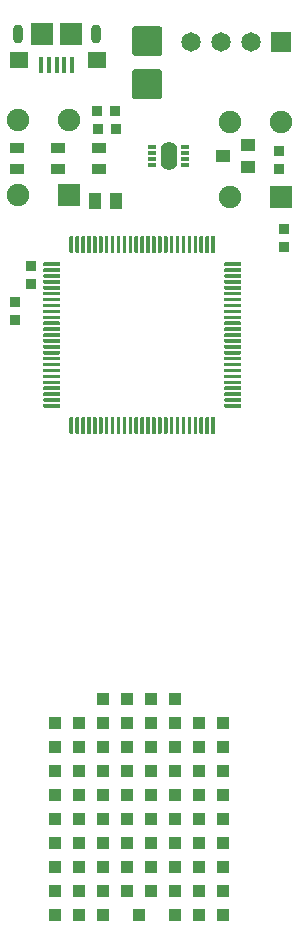
<source format=gts>
G04 #@! TF.GenerationSoftware,KiCad,Pcbnew,5.1.8-db9833491~88~ubuntu16.04.1*
G04 #@! TF.CreationDate,2020-12-23T08:51:26-07:00*
G04 #@! TF.ProjectId,PoNS,506f4e53-2e6b-4696-9361-645f70636258,rev?*
G04 #@! TF.SameCoordinates,Original*
G04 #@! TF.FileFunction,Soldermask,Top*
G04 #@! TF.FilePolarity,Negative*
%FSLAX46Y46*%
G04 Gerber Fmt 4.6, Leading zero omitted, Abs format (unit mm)*
G04 Created by KiCad (PCBNEW 5.1.8-db9833491~88~ubuntu16.04.1) date 2020-12-23 08:51:26*
%MOMM*%
%LPD*%
G01*
G04 APERTURE LIST*
%ADD10R,1.016000X1.397000*%
%ADD11R,1.000000X1.000000*%
%ADD12R,0.889000X0.889000*%
%ADD13R,1.905000X1.905000*%
%ADD14C,1.905000*%
%ADD15R,0.900000X0.900000*%
%ADD16C,1.651000*%
%ADD17R,1.651000X1.651000*%
%ADD18R,1.600000X1.400000*%
%ADD19O,0.900000X1.600000*%
%ADD20R,1.900000X1.900000*%
%ADD21R,0.400000X1.350000*%
%ADD22O,1.397000X2.413000*%
%ADD23R,0.726440X0.299720*%
%ADD24R,1.198880X1.016000*%
%ADD25R,1.270000X0.889000*%
G04 APERTURE END LIST*
G36*
G01*
X148077000Y-67471401D02*
X148077000Y-65421399D01*
G75*
G02*
X148326999Y-65171400I249999J0D01*
G01*
X150377001Y-65171400D01*
G75*
G02*
X150627000Y-65421399I0J-249999D01*
G01*
X150627000Y-67471401D01*
G75*
G02*
X150377001Y-67721400I-249999J0D01*
G01*
X148326999Y-67721400D01*
G75*
G02*
X148077000Y-67471401I0J249999D01*
G01*
G37*
G36*
G01*
X148077000Y-63813801D02*
X148077000Y-61763799D01*
G75*
G02*
X148326999Y-61513800I249999J0D01*
G01*
X150377001Y-61513800D01*
G75*
G02*
X150627000Y-61763799I0J-249999D01*
G01*
X150627000Y-63813801D01*
G75*
G02*
X150377001Y-64063800I-249999J0D01*
G01*
X148326999Y-64063800D01*
G75*
G02*
X148077000Y-63813801I0J249999D01*
G01*
G37*
D10*
X144907000Y-76301600D03*
X146685000Y-76301600D03*
G36*
G01*
X142782900Y-80680800D02*
X142782900Y-79355800D01*
G75*
G02*
X142857900Y-79280800I75000J0D01*
G01*
X143007900Y-79280800D01*
G75*
G02*
X143082900Y-79355800I0J-75000D01*
G01*
X143082900Y-80680800D01*
G75*
G02*
X143007900Y-80755800I-75000J0D01*
G01*
X142857900Y-80755800D01*
G75*
G02*
X142782900Y-80680800I0J75000D01*
G01*
G37*
G36*
G01*
X143282900Y-80680800D02*
X143282900Y-79355800D01*
G75*
G02*
X143357900Y-79280800I75000J0D01*
G01*
X143507900Y-79280800D01*
G75*
G02*
X143582900Y-79355800I0J-75000D01*
G01*
X143582900Y-80680800D01*
G75*
G02*
X143507900Y-80755800I-75000J0D01*
G01*
X143357900Y-80755800D01*
G75*
G02*
X143282900Y-80680800I0J75000D01*
G01*
G37*
G36*
G01*
X143782900Y-80680800D02*
X143782900Y-79355800D01*
G75*
G02*
X143857900Y-79280800I75000J0D01*
G01*
X144007900Y-79280800D01*
G75*
G02*
X144082900Y-79355800I0J-75000D01*
G01*
X144082900Y-80680800D01*
G75*
G02*
X144007900Y-80755800I-75000J0D01*
G01*
X143857900Y-80755800D01*
G75*
G02*
X143782900Y-80680800I0J75000D01*
G01*
G37*
G36*
G01*
X144282900Y-80680800D02*
X144282900Y-79355800D01*
G75*
G02*
X144357900Y-79280800I75000J0D01*
G01*
X144507900Y-79280800D01*
G75*
G02*
X144582900Y-79355800I0J-75000D01*
G01*
X144582900Y-80680800D01*
G75*
G02*
X144507900Y-80755800I-75000J0D01*
G01*
X144357900Y-80755800D01*
G75*
G02*
X144282900Y-80680800I0J75000D01*
G01*
G37*
G36*
G01*
X144782900Y-80680800D02*
X144782900Y-79355800D01*
G75*
G02*
X144857900Y-79280800I75000J0D01*
G01*
X145007900Y-79280800D01*
G75*
G02*
X145082900Y-79355800I0J-75000D01*
G01*
X145082900Y-80680800D01*
G75*
G02*
X145007900Y-80755800I-75000J0D01*
G01*
X144857900Y-80755800D01*
G75*
G02*
X144782900Y-80680800I0J75000D01*
G01*
G37*
G36*
G01*
X145282900Y-80680800D02*
X145282900Y-79355800D01*
G75*
G02*
X145357900Y-79280800I75000J0D01*
G01*
X145507900Y-79280800D01*
G75*
G02*
X145582900Y-79355800I0J-75000D01*
G01*
X145582900Y-80680800D01*
G75*
G02*
X145507900Y-80755800I-75000J0D01*
G01*
X145357900Y-80755800D01*
G75*
G02*
X145282900Y-80680800I0J75000D01*
G01*
G37*
G36*
G01*
X145782900Y-80680800D02*
X145782900Y-79355800D01*
G75*
G02*
X145857900Y-79280800I75000J0D01*
G01*
X146007900Y-79280800D01*
G75*
G02*
X146082900Y-79355800I0J-75000D01*
G01*
X146082900Y-80680800D01*
G75*
G02*
X146007900Y-80755800I-75000J0D01*
G01*
X145857900Y-80755800D01*
G75*
G02*
X145782900Y-80680800I0J75000D01*
G01*
G37*
G36*
G01*
X146282900Y-80680800D02*
X146282900Y-79355800D01*
G75*
G02*
X146357900Y-79280800I75000J0D01*
G01*
X146507900Y-79280800D01*
G75*
G02*
X146582900Y-79355800I0J-75000D01*
G01*
X146582900Y-80680800D01*
G75*
G02*
X146507900Y-80755800I-75000J0D01*
G01*
X146357900Y-80755800D01*
G75*
G02*
X146282900Y-80680800I0J75000D01*
G01*
G37*
G36*
G01*
X146782900Y-80680800D02*
X146782900Y-79355800D01*
G75*
G02*
X146857900Y-79280800I75000J0D01*
G01*
X147007900Y-79280800D01*
G75*
G02*
X147082900Y-79355800I0J-75000D01*
G01*
X147082900Y-80680800D01*
G75*
G02*
X147007900Y-80755800I-75000J0D01*
G01*
X146857900Y-80755800D01*
G75*
G02*
X146782900Y-80680800I0J75000D01*
G01*
G37*
G36*
G01*
X147282900Y-80680800D02*
X147282900Y-79355800D01*
G75*
G02*
X147357900Y-79280800I75000J0D01*
G01*
X147507900Y-79280800D01*
G75*
G02*
X147582900Y-79355800I0J-75000D01*
G01*
X147582900Y-80680800D01*
G75*
G02*
X147507900Y-80755800I-75000J0D01*
G01*
X147357900Y-80755800D01*
G75*
G02*
X147282900Y-80680800I0J75000D01*
G01*
G37*
G36*
G01*
X147782900Y-80680800D02*
X147782900Y-79355800D01*
G75*
G02*
X147857900Y-79280800I75000J0D01*
G01*
X148007900Y-79280800D01*
G75*
G02*
X148082900Y-79355800I0J-75000D01*
G01*
X148082900Y-80680800D01*
G75*
G02*
X148007900Y-80755800I-75000J0D01*
G01*
X147857900Y-80755800D01*
G75*
G02*
X147782900Y-80680800I0J75000D01*
G01*
G37*
G36*
G01*
X148282900Y-80680800D02*
X148282900Y-79355800D01*
G75*
G02*
X148357900Y-79280800I75000J0D01*
G01*
X148507900Y-79280800D01*
G75*
G02*
X148582900Y-79355800I0J-75000D01*
G01*
X148582900Y-80680800D01*
G75*
G02*
X148507900Y-80755800I-75000J0D01*
G01*
X148357900Y-80755800D01*
G75*
G02*
X148282900Y-80680800I0J75000D01*
G01*
G37*
G36*
G01*
X148782900Y-80680800D02*
X148782900Y-79355800D01*
G75*
G02*
X148857900Y-79280800I75000J0D01*
G01*
X149007900Y-79280800D01*
G75*
G02*
X149082900Y-79355800I0J-75000D01*
G01*
X149082900Y-80680800D01*
G75*
G02*
X149007900Y-80755800I-75000J0D01*
G01*
X148857900Y-80755800D01*
G75*
G02*
X148782900Y-80680800I0J75000D01*
G01*
G37*
G36*
G01*
X149282900Y-80680800D02*
X149282900Y-79355800D01*
G75*
G02*
X149357900Y-79280800I75000J0D01*
G01*
X149507900Y-79280800D01*
G75*
G02*
X149582900Y-79355800I0J-75000D01*
G01*
X149582900Y-80680800D01*
G75*
G02*
X149507900Y-80755800I-75000J0D01*
G01*
X149357900Y-80755800D01*
G75*
G02*
X149282900Y-80680800I0J75000D01*
G01*
G37*
G36*
G01*
X149782900Y-80680800D02*
X149782900Y-79355800D01*
G75*
G02*
X149857900Y-79280800I75000J0D01*
G01*
X150007900Y-79280800D01*
G75*
G02*
X150082900Y-79355800I0J-75000D01*
G01*
X150082900Y-80680800D01*
G75*
G02*
X150007900Y-80755800I-75000J0D01*
G01*
X149857900Y-80755800D01*
G75*
G02*
X149782900Y-80680800I0J75000D01*
G01*
G37*
G36*
G01*
X150282900Y-80680800D02*
X150282900Y-79355800D01*
G75*
G02*
X150357900Y-79280800I75000J0D01*
G01*
X150507900Y-79280800D01*
G75*
G02*
X150582900Y-79355800I0J-75000D01*
G01*
X150582900Y-80680800D01*
G75*
G02*
X150507900Y-80755800I-75000J0D01*
G01*
X150357900Y-80755800D01*
G75*
G02*
X150282900Y-80680800I0J75000D01*
G01*
G37*
G36*
G01*
X150782900Y-80680800D02*
X150782900Y-79355800D01*
G75*
G02*
X150857900Y-79280800I75000J0D01*
G01*
X151007900Y-79280800D01*
G75*
G02*
X151082900Y-79355800I0J-75000D01*
G01*
X151082900Y-80680800D01*
G75*
G02*
X151007900Y-80755800I-75000J0D01*
G01*
X150857900Y-80755800D01*
G75*
G02*
X150782900Y-80680800I0J75000D01*
G01*
G37*
G36*
G01*
X151282900Y-80680800D02*
X151282900Y-79355800D01*
G75*
G02*
X151357900Y-79280800I75000J0D01*
G01*
X151507900Y-79280800D01*
G75*
G02*
X151582900Y-79355800I0J-75000D01*
G01*
X151582900Y-80680800D01*
G75*
G02*
X151507900Y-80755800I-75000J0D01*
G01*
X151357900Y-80755800D01*
G75*
G02*
X151282900Y-80680800I0J75000D01*
G01*
G37*
G36*
G01*
X151782900Y-80680800D02*
X151782900Y-79355800D01*
G75*
G02*
X151857900Y-79280800I75000J0D01*
G01*
X152007900Y-79280800D01*
G75*
G02*
X152082900Y-79355800I0J-75000D01*
G01*
X152082900Y-80680800D01*
G75*
G02*
X152007900Y-80755800I-75000J0D01*
G01*
X151857900Y-80755800D01*
G75*
G02*
X151782900Y-80680800I0J75000D01*
G01*
G37*
G36*
G01*
X152282900Y-80680800D02*
X152282900Y-79355800D01*
G75*
G02*
X152357900Y-79280800I75000J0D01*
G01*
X152507900Y-79280800D01*
G75*
G02*
X152582900Y-79355800I0J-75000D01*
G01*
X152582900Y-80680800D01*
G75*
G02*
X152507900Y-80755800I-75000J0D01*
G01*
X152357900Y-80755800D01*
G75*
G02*
X152282900Y-80680800I0J75000D01*
G01*
G37*
G36*
G01*
X152782900Y-80680800D02*
X152782900Y-79355800D01*
G75*
G02*
X152857900Y-79280800I75000J0D01*
G01*
X153007900Y-79280800D01*
G75*
G02*
X153082900Y-79355800I0J-75000D01*
G01*
X153082900Y-80680800D01*
G75*
G02*
X153007900Y-80755800I-75000J0D01*
G01*
X152857900Y-80755800D01*
G75*
G02*
X152782900Y-80680800I0J75000D01*
G01*
G37*
G36*
G01*
X153282900Y-80680800D02*
X153282900Y-79355800D01*
G75*
G02*
X153357900Y-79280800I75000J0D01*
G01*
X153507900Y-79280800D01*
G75*
G02*
X153582900Y-79355800I0J-75000D01*
G01*
X153582900Y-80680800D01*
G75*
G02*
X153507900Y-80755800I-75000J0D01*
G01*
X153357900Y-80755800D01*
G75*
G02*
X153282900Y-80680800I0J75000D01*
G01*
G37*
G36*
G01*
X153782900Y-80680800D02*
X153782900Y-79355800D01*
G75*
G02*
X153857900Y-79280800I75000J0D01*
G01*
X154007900Y-79280800D01*
G75*
G02*
X154082900Y-79355800I0J-75000D01*
G01*
X154082900Y-80680800D01*
G75*
G02*
X154007900Y-80755800I-75000J0D01*
G01*
X153857900Y-80755800D01*
G75*
G02*
X153782900Y-80680800I0J75000D01*
G01*
G37*
G36*
G01*
X154282900Y-80680800D02*
X154282900Y-79355800D01*
G75*
G02*
X154357900Y-79280800I75000J0D01*
G01*
X154507900Y-79280800D01*
G75*
G02*
X154582900Y-79355800I0J-75000D01*
G01*
X154582900Y-80680800D01*
G75*
G02*
X154507900Y-80755800I-75000J0D01*
G01*
X154357900Y-80755800D01*
G75*
G02*
X154282900Y-80680800I0J75000D01*
G01*
G37*
G36*
G01*
X154782900Y-80680800D02*
X154782900Y-79355800D01*
G75*
G02*
X154857900Y-79280800I75000J0D01*
G01*
X155007900Y-79280800D01*
G75*
G02*
X155082900Y-79355800I0J-75000D01*
G01*
X155082900Y-80680800D01*
G75*
G02*
X155007900Y-80755800I-75000J0D01*
G01*
X154857900Y-80755800D01*
G75*
G02*
X154782900Y-80680800I0J75000D01*
G01*
G37*
G36*
G01*
X155857900Y-81755800D02*
X155857900Y-81605800D01*
G75*
G02*
X155932900Y-81530800I75000J0D01*
G01*
X157257900Y-81530800D01*
G75*
G02*
X157332900Y-81605800I0J-75000D01*
G01*
X157332900Y-81755800D01*
G75*
G02*
X157257900Y-81830800I-75000J0D01*
G01*
X155932900Y-81830800D01*
G75*
G02*
X155857900Y-81755800I0J75000D01*
G01*
G37*
G36*
G01*
X155857900Y-82255800D02*
X155857900Y-82105800D01*
G75*
G02*
X155932900Y-82030800I75000J0D01*
G01*
X157257900Y-82030800D01*
G75*
G02*
X157332900Y-82105800I0J-75000D01*
G01*
X157332900Y-82255800D01*
G75*
G02*
X157257900Y-82330800I-75000J0D01*
G01*
X155932900Y-82330800D01*
G75*
G02*
X155857900Y-82255800I0J75000D01*
G01*
G37*
G36*
G01*
X155857900Y-82755800D02*
X155857900Y-82605800D01*
G75*
G02*
X155932900Y-82530800I75000J0D01*
G01*
X157257900Y-82530800D01*
G75*
G02*
X157332900Y-82605800I0J-75000D01*
G01*
X157332900Y-82755800D01*
G75*
G02*
X157257900Y-82830800I-75000J0D01*
G01*
X155932900Y-82830800D01*
G75*
G02*
X155857900Y-82755800I0J75000D01*
G01*
G37*
G36*
G01*
X155857900Y-83255800D02*
X155857900Y-83105800D01*
G75*
G02*
X155932900Y-83030800I75000J0D01*
G01*
X157257900Y-83030800D01*
G75*
G02*
X157332900Y-83105800I0J-75000D01*
G01*
X157332900Y-83255800D01*
G75*
G02*
X157257900Y-83330800I-75000J0D01*
G01*
X155932900Y-83330800D01*
G75*
G02*
X155857900Y-83255800I0J75000D01*
G01*
G37*
G36*
G01*
X155857900Y-83755800D02*
X155857900Y-83605800D01*
G75*
G02*
X155932900Y-83530800I75000J0D01*
G01*
X157257900Y-83530800D01*
G75*
G02*
X157332900Y-83605800I0J-75000D01*
G01*
X157332900Y-83755800D01*
G75*
G02*
X157257900Y-83830800I-75000J0D01*
G01*
X155932900Y-83830800D01*
G75*
G02*
X155857900Y-83755800I0J75000D01*
G01*
G37*
G36*
G01*
X155857900Y-84255800D02*
X155857900Y-84105800D01*
G75*
G02*
X155932900Y-84030800I75000J0D01*
G01*
X157257900Y-84030800D01*
G75*
G02*
X157332900Y-84105800I0J-75000D01*
G01*
X157332900Y-84255800D01*
G75*
G02*
X157257900Y-84330800I-75000J0D01*
G01*
X155932900Y-84330800D01*
G75*
G02*
X155857900Y-84255800I0J75000D01*
G01*
G37*
G36*
G01*
X155857900Y-84755800D02*
X155857900Y-84605800D01*
G75*
G02*
X155932900Y-84530800I75000J0D01*
G01*
X157257900Y-84530800D01*
G75*
G02*
X157332900Y-84605800I0J-75000D01*
G01*
X157332900Y-84755800D01*
G75*
G02*
X157257900Y-84830800I-75000J0D01*
G01*
X155932900Y-84830800D01*
G75*
G02*
X155857900Y-84755800I0J75000D01*
G01*
G37*
G36*
G01*
X155857900Y-85255800D02*
X155857900Y-85105800D01*
G75*
G02*
X155932900Y-85030800I75000J0D01*
G01*
X157257900Y-85030800D01*
G75*
G02*
X157332900Y-85105800I0J-75000D01*
G01*
X157332900Y-85255800D01*
G75*
G02*
X157257900Y-85330800I-75000J0D01*
G01*
X155932900Y-85330800D01*
G75*
G02*
X155857900Y-85255800I0J75000D01*
G01*
G37*
G36*
G01*
X155857900Y-85755800D02*
X155857900Y-85605800D01*
G75*
G02*
X155932900Y-85530800I75000J0D01*
G01*
X157257900Y-85530800D01*
G75*
G02*
X157332900Y-85605800I0J-75000D01*
G01*
X157332900Y-85755800D01*
G75*
G02*
X157257900Y-85830800I-75000J0D01*
G01*
X155932900Y-85830800D01*
G75*
G02*
X155857900Y-85755800I0J75000D01*
G01*
G37*
G36*
G01*
X155857900Y-86255800D02*
X155857900Y-86105800D01*
G75*
G02*
X155932900Y-86030800I75000J0D01*
G01*
X157257900Y-86030800D01*
G75*
G02*
X157332900Y-86105800I0J-75000D01*
G01*
X157332900Y-86255800D01*
G75*
G02*
X157257900Y-86330800I-75000J0D01*
G01*
X155932900Y-86330800D01*
G75*
G02*
X155857900Y-86255800I0J75000D01*
G01*
G37*
G36*
G01*
X155857900Y-86755800D02*
X155857900Y-86605800D01*
G75*
G02*
X155932900Y-86530800I75000J0D01*
G01*
X157257900Y-86530800D01*
G75*
G02*
X157332900Y-86605800I0J-75000D01*
G01*
X157332900Y-86755800D01*
G75*
G02*
X157257900Y-86830800I-75000J0D01*
G01*
X155932900Y-86830800D01*
G75*
G02*
X155857900Y-86755800I0J75000D01*
G01*
G37*
G36*
G01*
X155857900Y-87255800D02*
X155857900Y-87105800D01*
G75*
G02*
X155932900Y-87030800I75000J0D01*
G01*
X157257900Y-87030800D01*
G75*
G02*
X157332900Y-87105800I0J-75000D01*
G01*
X157332900Y-87255800D01*
G75*
G02*
X157257900Y-87330800I-75000J0D01*
G01*
X155932900Y-87330800D01*
G75*
G02*
X155857900Y-87255800I0J75000D01*
G01*
G37*
G36*
G01*
X155857900Y-87755800D02*
X155857900Y-87605800D01*
G75*
G02*
X155932900Y-87530800I75000J0D01*
G01*
X157257900Y-87530800D01*
G75*
G02*
X157332900Y-87605800I0J-75000D01*
G01*
X157332900Y-87755800D01*
G75*
G02*
X157257900Y-87830800I-75000J0D01*
G01*
X155932900Y-87830800D01*
G75*
G02*
X155857900Y-87755800I0J75000D01*
G01*
G37*
G36*
G01*
X155857900Y-88255800D02*
X155857900Y-88105800D01*
G75*
G02*
X155932900Y-88030800I75000J0D01*
G01*
X157257900Y-88030800D01*
G75*
G02*
X157332900Y-88105800I0J-75000D01*
G01*
X157332900Y-88255800D01*
G75*
G02*
X157257900Y-88330800I-75000J0D01*
G01*
X155932900Y-88330800D01*
G75*
G02*
X155857900Y-88255800I0J75000D01*
G01*
G37*
G36*
G01*
X155857900Y-88755800D02*
X155857900Y-88605800D01*
G75*
G02*
X155932900Y-88530800I75000J0D01*
G01*
X157257900Y-88530800D01*
G75*
G02*
X157332900Y-88605800I0J-75000D01*
G01*
X157332900Y-88755800D01*
G75*
G02*
X157257900Y-88830800I-75000J0D01*
G01*
X155932900Y-88830800D01*
G75*
G02*
X155857900Y-88755800I0J75000D01*
G01*
G37*
G36*
G01*
X155857900Y-89255800D02*
X155857900Y-89105800D01*
G75*
G02*
X155932900Y-89030800I75000J0D01*
G01*
X157257900Y-89030800D01*
G75*
G02*
X157332900Y-89105800I0J-75000D01*
G01*
X157332900Y-89255800D01*
G75*
G02*
X157257900Y-89330800I-75000J0D01*
G01*
X155932900Y-89330800D01*
G75*
G02*
X155857900Y-89255800I0J75000D01*
G01*
G37*
G36*
G01*
X155857900Y-89755800D02*
X155857900Y-89605800D01*
G75*
G02*
X155932900Y-89530800I75000J0D01*
G01*
X157257900Y-89530800D01*
G75*
G02*
X157332900Y-89605800I0J-75000D01*
G01*
X157332900Y-89755800D01*
G75*
G02*
X157257900Y-89830800I-75000J0D01*
G01*
X155932900Y-89830800D01*
G75*
G02*
X155857900Y-89755800I0J75000D01*
G01*
G37*
G36*
G01*
X155857900Y-90255800D02*
X155857900Y-90105800D01*
G75*
G02*
X155932900Y-90030800I75000J0D01*
G01*
X157257900Y-90030800D01*
G75*
G02*
X157332900Y-90105800I0J-75000D01*
G01*
X157332900Y-90255800D01*
G75*
G02*
X157257900Y-90330800I-75000J0D01*
G01*
X155932900Y-90330800D01*
G75*
G02*
X155857900Y-90255800I0J75000D01*
G01*
G37*
G36*
G01*
X155857900Y-90755800D02*
X155857900Y-90605800D01*
G75*
G02*
X155932900Y-90530800I75000J0D01*
G01*
X157257900Y-90530800D01*
G75*
G02*
X157332900Y-90605800I0J-75000D01*
G01*
X157332900Y-90755800D01*
G75*
G02*
X157257900Y-90830800I-75000J0D01*
G01*
X155932900Y-90830800D01*
G75*
G02*
X155857900Y-90755800I0J75000D01*
G01*
G37*
G36*
G01*
X155857900Y-91255800D02*
X155857900Y-91105800D01*
G75*
G02*
X155932900Y-91030800I75000J0D01*
G01*
X157257900Y-91030800D01*
G75*
G02*
X157332900Y-91105800I0J-75000D01*
G01*
X157332900Y-91255800D01*
G75*
G02*
X157257900Y-91330800I-75000J0D01*
G01*
X155932900Y-91330800D01*
G75*
G02*
X155857900Y-91255800I0J75000D01*
G01*
G37*
G36*
G01*
X155857900Y-91755800D02*
X155857900Y-91605800D01*
G75*
G02*
X155932900Y-91530800I75000J0D01*
G01*
X157257900Y-91530800D01*
G75*
G02*
X157332900Y-91605800I0J-75000D01*
G01*
X157332900Y-91755800D01*
G75*
G02*
X157257900Y-91830800I-75000J0D01*
G01*
X155932900Y-91830800D01*
G75*
G02*
X155857900Y-91755800I0J75000D01*
G01*
G37*
G36*
G01*
X155857900Y-92255800D02*
X155857900Y-92105800D01*
G75*
G02*
X155932900Y-92030800I75000J0D01*
G01*
X157257900Y-92030800D01*
G75*
G02*
X157332900Y-92105800I0J-75000D01*
G01*
X157332900Y-92255800D01*
G75*
G02*
X157257900Y-92330800I-75000J0D01*
G01*
X155932900Y-92330800D01*
G75*
G02*
X155857900Y-92255800I0J75000D01*
G01*
G37*
G36*
G01*
X155857900Y-92755800D02*
X155857900Y-92605800D01*
G75*
G02*
X155932900Y-92530800I75000J0D01*
G01*
X157257900Y-92530800D01*
G75*
G02*
X157332900Y-92605800I0J-75000D01*
G01*
X157332900Y-92755800D01*
G75*
G02*
X157257900Y-92830800I-75000J0D01*
G01*
X155932900Y-92830800D01*
G75*
G02*
X155857900Y-92755800I0J75000D01*
G01*
G37*
G36*
G01*
X155857900Y-93255800D02*
X155857900Y-93105800D01*
G75*
G02*
X155932900Y-93030800I75000J0D01*
G01*
X157257900Y-93030800D01*
G75*
G02*
X157332900Y-93105800I0J-75000D01*
G01*
X157332900Y-93255800D01*
G75*
G02*
X157257900Y-93330800I-75000J0D01*
G01*
X155932900Y-93330800D01*
G75*
G02*
X155857900Y-93255800I0J75000D01*
G01*
G37*
G36*
G01*
X155857900Y-93755800D02*
X155857900Y-93605800D01*
G75*
G02*
X155932900Y-93530800I75000J0D01*
G01*
X157257900Y-93530800D01*
G75*
G02*
X157332900Y-93605800I0J-75000D01*
G01*
X157332900Y-93755800D01*
G75*
G02*
X157257900Y-93830800I-75000J0D01*
G01*
X155932900Y-93830800D01*
G75*
G02*
X155857900Y-93755800I0J75000D01*
G01*
G37*
G36*
G01*
X154782900Y-96005800D02*
X154782900Y-94680800D01*
G75*
G02*
X154857900Y-94605800I75000J0D01*
G01*
X155007900Y-94605800D01*
G75*
G02*
X155082900Y-94680800I0J-75000D01*
G01*
X155082900Y-96005800D01*
G75*
G02*
X155007900Y-96080800I-75000J0D01*
G01*
X154857900Y-96080800D01*
G75*
G02*
X154782900Y-96005800I0J75000D01*
G01*
G37*
G36*
G01*
X154282900Y-96005800D02*
X154282900Y-94680800D01*
G75*
G02*
X154357900Y-94605800I75000J0D01*
G01*
X154507900Y-94605800D01*
G75*
G02*
X154582900Y-94680800I0J-75000D01*
G01*
X154582900Y-96005800D01*
G75*
G02*
X154507900Y-96080800I-75000J0D01*
G01*
X154357900Y-96080800D01*
G75*
G02*
X154282900Y-96005800I0J75000D01*
G01*
G37*
G36*
G01*
X153782900Y-96005800D02*
X153782900Y-94680800D01*
G75*
G02*
X153857900Y-94605800I75000J0D01*
G01*
X154007900Y-94605800D01*
G75*
G02*
X154082900Y-94680800I0J-75000D01*
G01*
X154082900Y-96005800D01*
G75*
G02*
X154007900Y-96080800I-75000J0D01*
G01*
X153857900Y-96080800D01*
G75*
G02*
X153782900Y-96005800I0J75000D01*
G01*
G37*
G36*
G01*
X153282900Y-96005800D02*
X153282900Y-94680800D01*
G75*
G02*
X153357900Y-94605800I75000J0D01*
G01*
X153507900Y-94605800D01*
G75*
G02*
X153582900Y-94680800I0J-75000D01*
G01*
X153582900Y-96005800D01*
G75*
G02*
X153507900Y-96080800I-75000J0D01*
G01*
X153357900Y-96080800D01*
G75*
G02*
X153282900Y-96005800I0J75000D01*
G01*
G37*
G36*
G01*
X152782900Y-96005800D02*
X152782900Y-94680800D01*
G75*
G02*
X152857900Y-94605800I75000J0D01*
G01*
X153007900Y-94605800D01*
G75*
G02*
X153082900Y-94680800I0J-75000D01*
G01*
X153082900Y-96005800D01*
G75*
G02*
X153007900Y-96080800I-75000J0D01*
G01*
X152857900Y-96080800D01*
G75*
G02*
X152782900Y-96005800I0J75000D01*
G01*
G37*
G36*
G01*
X152282900Y-96005800D02*
X152282900Y-94680800D01*
G75*
G02*
X152357900Y-94605800I75000J0D01*
G01*
X152507900Y-94605800D01*
G75*
G02*
X152582900Y-94680800I0J-75000D01*
G01*
X152582900Y-96005800D01*
G75*
G02*
X152507900Y-96080800I-75000J0D01*
G01*
X152357900Y-96080800D01*
G75*
G02*
X152282900Y-96005800I0J75000D01*
G01*
G37*
G36*
G01*
X151782900Y-96005800D02*
X151782900Y-94680800D01*
G75*
G02*
X151857900Y-94605800I75000J0D01*
G01*
X152007900Y-94605800D01*
G75*
G02*
X152082900Y-94680800I0J-75000D01*
G01*
X152082900Y-96005800D01*
G75*
G02*
X152007900Y-96080800I-75000J0D01*
G01*
X151857900Y-96080800D01*
G75*
G02*
X151782900Y-96005800I0J75000D01*
G01*
G37*
G36*
G01*
X151282900Y-96005800D02*
X151282900Y-94680800D01*
G75*
G02*
X151357900Y-94605800I75000J0D01*
G01*
X151507900Y-94605800D01*
G75*
G02*
X151582900Y-94680800I0J-75000D01*
G01*
X151582900Y-96005800D01*
G75*
G02*
X151507900Y-96080800I-75000J0D01*
G01*
X151357900Y-96080800D01*
G75*
G02*
X151282900Y-96005800I0J75000D01*
G01*
G37*
G36*
G01*
X150782900Y-96005800D02*
X150782900Y-94680800D01*
G75*
G02*
X150857900Y-94605800I75000J0D01*
G01*
X151007900Y-94605800D01*
G75*
G02*
X151082900Y-94680800I0J-75000D01*
G01*
X151082900Y-96005800D01*
G75*
G02*
X151007900Y-96080800I-75000J0D01*
G01*
X150857900Y-96080800D01*
G75*
G02*
X150782900Y-96005800I0J75000D01*
G01*
G37*
G36*
G01*
X150282900Y-96005800D02*
X150282900Y-94680800D01*
G75*
G02*
X150357900Y-94605800I75000J0D01*
G01*
X150507900Y-94605800D01*
G75*
G02*
X150582900Y-94680800I0J-75000D01*
G01*
X150582900Y-96005800D01*
G75*
G02*
X150507900Y-96080800I-75000J0D01*
G01*
X150357900Y-96080800D01*
G75*
G02*
X150282900Y-96005800I0J75000D01*
G01*
G37*
G36*
G01*
X149782900Y-96005800D02*
X149782900Y-94680800D01*
G75*
G02*
X149857900Y-94605800I75000J0D01*
G01*
X150007900Y-94605800D01*
G75*
G02*
X150082900Y-94680800I0J-75000D01*
G01*
X150082900Y-96005800D01*
G75*
G02*
X150007900Y-96080800I-75000J0D01*
G01*
X149857900Y-96080800D01*
G75*
G02*
X149782900Y-96005800I0J75000D01*
G01*
G37*
G36*
G01*
X149282900Y-96005800D02*
X149282900Y-94680800D01*
G75*
G02*
X149357900Y-94605800I75000J0D01*
G01*
X149507900Y-94605800D01*
G75*
G02*
X149582900Y-94680800I0J-75000D01*
G01*
X149582900Y-96005800D01*
G75*
G02*
X149507900Y-96080800I-75000J0D01*
G01*
X149357900Y-96080800D01*
G75*
G02*
X149282900Y-96005800I0J75000D01*
G01*
G37*
G36*
G01*
X148782900Y-96005800D02*
X148782900Y-94680800D01*
G75*
G02*
X148857900Y-94605800I75000J0D01*
G01*
X149007900Y-94605800D01*
G75*
G02*
X149082900Y-94680800I0J-75000D01*
G01*
X149082900Y-96005800D01*
G75*
G02*
X149007900Y-96080800I-75000J0D01*
G01*
X148857900Y-96080800D01*
G75*
G02*
X148782900Y-96005800I0J75000D01*
G01*
G37*
G36*
G01*
X148282900Y-96005800D02*
X148282900Y-94680800D01*
G75*
G02*
X148357900Y-94605800I75000J0D01*
G01*
X148507900Y-94605800D01*
G75*
G02*
X148582900Y-94680800I0J-75000D01*
G01*
X148582900Y-96005800D01*
G75*
G02*
X148507900Y-96080800I-75000J0D01*
G01*
X148357900Y-96080800D01*
G75*
G02*
X148282900Y-96005800I0J75000D01*
G01*
G37*
G36*
G01*
X147782900Y-96005800D02*
X147782900Y-94680800D01*
G75*
G02*
X147857900Y-94605800I75000J0D01*
G01*
X148007900Y-94605800D01*
G75*
G02*
X148082900Y-94680800I0J-75000D01*
G01*
X148082900Y-96005800D01*
G75*
G02*
X148007900Y-96080800I-75000J0D01*
G01*
X147857900Y-96080800D01*
G75*
G02*
X147782900Y-96005800I0J75000D01*
G01*
G37*
G36*
G01*
X147282900Y-96005800D02*
X147282900Y-94680800D01*
G75*
G02*
X147357900Y-94605800I75000J0D01*
G01*
X147507900Y-94605800D01*
G75*
G02*
X147582900Y-94680800I0J-75000D01*
G01*
X147582900Y-96005800D01*
G75*
G02*
X147507900Y-96080800I-75000J0D01*
G01*
X147357900Y-96080800D01*
G75*
G02*
X147282900Y-96005800I0J75000D01*
G01*
G37*
G36*
G01*
X146782900Y-96005800D02*
X146782900Y-94680800D01*
G75*
G02*
X146857900Y-94605800I75000J0D01*
G01*
X147007900Y-94605800D01*
G75*
G02*
X147082900Y-94680800I0J-75000D01*
G01*
X147082900Y-96005800D01*
G75*
G02*
X147007900Y-96080800I-75000J0D01*
G01*
X146857900Y-96080800D01*
G75*
G02*
X146782900Y-96005800I0J75000D01*
G01*
G37*
G36*
G01*
X146282900Y-96005800D02*
X146282900Y-94680800D01*
G75*
G02*
X146357900Y-94605800I75000J0D01*
G01*
X146507900Y-94605800D01*
G75*
G02*
X146582900Y-94680800I0J-75000D01*
G01*
X146582900Y-96005800D01*
G75*
G02*
X146507900Y-96080800I-75000J0D01*
G01*
X146357900Y-96080800D01*
G75*
G02*
X146282900Y-96005800I0J75000D01*
G01*
G37*
G36*
G01*
X145782900Y-96005800D02*
X145782900Y-94680800D01*
G75*
G02*
X145857900Y-94605800I75000J0D01*
G01*
X146007900Y-94605800D01*
G75*
G02*
X146082900Y-94680800I0J-75000D01*
G01*
X146082900Y-96005800D01*
G75*
G02*
X146007900Y-96080800I-75000J0D01*
G01*
X145857900Y-96080800D01*
G75*
G02*
X145782900Y-96005800I0J75000D01*
G01*
G37*
G36*
G01*
X145282900Y-96005800D02*
X145282900Y-94680800D01*
G75*
G02*
X145357900Y-94605800I75000J0D01*
G01*
X145507900Y-94605800D01*
G75*
G02*
X145582900Y-94680800I0J-75000D01*
G01*
X145582900Y-96005800D01*
G75*
G02*
X145507900Y-96080800I-75000J0D01*
G01*
X145357900Y-96080800D01*
G75*
G02*
X145282900Y-96005800I0J75000D01*
G01*
G37*
G36*
G01*
X144782900Y-96005800D02*
X144782900Y-94680800D01*
G75*
G02*
X144857900Y-94605800I75000J0D01*
G01*
X145007900Y-94605800D01*
G75*
G02*
X145082900Y-94680800I0J-75000D01*
G01*
X145082900Y-96005800D01*
G75*
G02*
X145007900Y-96080800I-75000J0D01*
G01*
X144857900Y-96080800D01*
G75*
G02*
X144782900Y-96005800I0J75000D01*
G01*
G37*
G36*
G01*
X144282900Y-96005800D02*
X144282900Y-94680800D01*
G75*
G02*
X144357900Y-94605800I75000J0D01*
G01*
X144507900Y-94605800D01*
G75*
G02*
X144582900Y-94680800I0J-75000D01*
G01*
X144582900Y-96005800D01*
G75*
G02*
X144507900Y-96080800I-75000J0D01*
G01*
X144357900Y-96080800D01*
G75*
G02*
X144282900Y-96005800I0J75000D01*
G01*
G37*
G36*
G01*
X143782900Y-96005800D02*
X143782900Y-94680800D01*
G75*
G02*
X143857900Y-94605800I75000J0D01*
G01*
X144007900Y-94605800D01*
G75*
G02*
X144082900Y-94680800I0J-75000D01*
G01*
X144082900Y-96005800D01*
G75*
G02*
X144007900Y-96080800I-75000J0D01*
G01*
X143857900Y-96080800D01*
G75*
G02*
X143782900Y-96005800I0J75000D01*
G01*
G37*
G36*
G01*
X143282900Y-96005800D02*
X143282900Y-94680800D01*
G75*
G02*
X143357900Y-94605800I75000J0D01*
G01*
X143507900Y-94605800D01*
G75*
G02*
X143582900Y-94680800I0J-75000D01*
G01*
X143582900Y-96005800D01*
G75*
G02*
X143507900Y-96080800I-75000J0D01*
G01*
X143357900Y-96080800D01*
G75*
G02*
X143282900Y-96005800I0J75000D01*
G01*
G37*
G36*
G01*
X142782900Y-96005800D02*
X142782900Y-94680800D01*
G75*
G02*
X142857900Y-94605800I75000J0D01*
G01*
X143007900Y-94605800D01*
G75*
G02*
X143082900Y-94680800I0J-75000D01*
G01*
X143082900Y-96005800D01*
G75*
G02*
X143007900Y-96080800I-75000J0D01*
G01*
X142857900Y-96080800D01*
G75*
G02*
X142782900Y-96005800I0J75000D01*
G01*
G37*
G36*
G01*
X140532900Y-93755800D02*
X140532900Y-93605800D01*
G75*
G02*
X140607900Y-93530800I75000J0D01*
G01*
X141932900Y-93530800D01*
G75*
G02*
X142007900Y-93605800I0J-75000D01*
G01*
X142007900Y-93755800D01*
G75*
G02*
X141932900Y-93830800I-75000J0D01*
G01*
X140607900Y-93830800D01*
G75*
G02*
X140532900Y-93755800I0J75000D01*
G01*
G37*
G36*
G01*
X140532900Y-93255800D02*
X140532900Y-93105800D01*
G75*
G02*
X140607900Y-93030800I75000J0D01*
G01*
X141932900Y-93030800D01*
G75*
G02*
X142007900Y-93105800I0J-75000D01*
G01*
X142007900Y-93255800D01*
G75*
G02*
X141932900Y-93330800I-75000J0D01*
G01*
X140607900Y-93330800D01*
G75*
G02*
X140532900Y-93255800I0J75000D01*
G01*
G37*
G36*
G01*
X140532900Y-92755800D02*
X140532900Y-92605800D01*
G75*
G02*
X140607900Y-92530800I75000J0D01*
G01*
X141932900Y-92530800D01*
G75*
G02*
X142007900Y-92605800I0J-75000D01*
G01*
X142007900Y-92755800D01*
G75*
G02*
X141932900Y-92830800I-75000J0D01*
G01*
X140607900Y-92830800D01*
G75*
G02*
X140532900Y-92755800I0J75000D01*
G01*
G37*
G36*
G01*
X140532900Y-92255800D02*
X140532900Y-92105800D01*
G75*
G02*
X140607900Y-92030800I75000J0D01*
G01*
X141932900Y-92030800D01*
G75*
G02*
X142007900Y-92105800I0J-75000D01*
G01*
X142007900Y-92255800D01*
G75*
G02*
X141932900Y-92330800I-75000J0D01*
G01*
X140607900Y-92330800D01*
G75*
G02*
X140532900Y-92255800I0J75000D01*
G01*
G37*
G36*
G01*
X140532900Y-91755800D02*
X140532900Y-91605800D01*
G75*
G02*
X140607900Y-91530800I75000J0D01*
G01*
X141932900Y-91530800D01*
G75*
G02*
X142007900Y-91605800I0J-75000D01*
G01*
X142007900Y-91755800D01*
G75*
G02*
X141932900Y-91830800I-75000J0D01*
G01*
X140607900Y-91830800D01*
G75*
G02*
X140532900Y-91755800I0J75000D01*
G01*
G37*
G36*
G01*
X140532900Y-91255800D02*
X140532900Y-91105800D01*
G75*
G02*
X140607900Y-91030800I75000J0D01*
G01*
X141932900Y-91030800D01*
G75*
G02*
X142007900Y-91105800I0J-75000D01*
G01*
X142007900Y-91255800D01*
G75*
G02*
X141932900Y-91330800I-75000J0D01*
G01*
X140607900Y-91330800D01*
G75*
G02*
X140532900Y-91255800I0J75000D01*
G01*
G37*
G36*
G01*
X140532900Y-90755800D02*
X140532900Y-90605800D01*
G75*
G02*
X140607900Y-90530800I75000J0D01*
G01*
X141932900Y-90530800D01*
G75*
G02*
X142007900Y-90605800I0J-75000D01*
G01*
X142007900Y-90755800D01*
G75*
G02*
X141932900Y-90830800I-75000J0D01*
G01*
X140607900Y-90830800D01*
G75*
G02*
X140532900Y-90755800I0J75000D01*
G01*
G37*
G36*
G01*
X140532900Y-90255800D02*
X140532900Y-90105800D01*
G75*
G02*
X140607900Y-90030800I75000J0D01*
G01*
X141932900Y-90030800D01*
G75*
G02*
X142007900Y-90105800I0J-75000D01*
G01*
X142007900Y-90255800D01*
G75*
G02*
X141932900Y-90330800I-75000J0D01*
G01*
X140607900Y-90330800D01*
G75*
G02*
X140532900Y-90255800I0J75000D01*
G01*
G37*
G36*
G01*
X140532900Y-89755800D02*
X140532900Y-89605800D01*
G75*
G02*
X140607900Y-89530800I75000J0D01*
G01*
X141932900Y-89530800D01*
G75*
G02*
X142007900Y-89605800I0J-75000D01*
G01*
X142007900Y-89755800D01*
G75*
G02*
X141932900Y-89830800I-75000J0D01*
G01*
X140607900Y-89830800D01*
G75*
G02*
X140532900Y-89755800I0J75000D01*
G01*
G37*
G36*
G01*
X140532900Y-89255800D02*
X140532900Y-89105800D01*
G75*
G02*
X140607900Y-89030800I75000J0D01*
G01*
X141932900Y-89030800D01*
G75*
G02*
X142007900Y-89105800I0J-75000D01*
G01*
X142007900Y-89255800D01*
G75*
G02*
X141932900Y-89330800I-75000J0D01*
G01*
X140607900Y-89330800D01*
G75*
G02*
X140532900Y-89255800I0J75000D01*
G01*
G37*
G36*
G01*
X140532900Y-88755800D02*
X140532900Y-88605800D01*
G75*
G02*
X140607900Y-88530800I75000J0D01*
G01*
X141932900Y-88530800D01*
G75*
G02*
X142007900Y-88605800I0J-75000D01*
G01*
X142007900Y-88755800D01*
G75*
G02*
X141932900Y-88830800I-75000J0D01*
G01*
X140607900Y-88830800D01*
G75*
G02*
X140532900Y-88755800I0J75000D01*
G01*
G37*
G36*
G01*
X140532900Y-88255800D02*
X140532900Y-88105800D01*
G75*
G02*
X140607900Y-88030800I75000J0D01*
G01*
X141932900Y-88030800D01*
G75*
G02*
X142007900Y-88105800I0J-75000D01*
G01*
X142007900Y-88255800D01*
G75*
G02*
X141932900Y-88330800I-75000J0D01*
G01*
X140607900Y-88330800D01*
G75*
G02*
X140532900Y-88255800I0J75000D01*
G01*
G37*
G36*
G01*
X140532900Y-87755800D02*
X140532900Y-87605800D01*
G75*
G02*
X140607900Y-87530800I75000J0D01*
G01*
X141932900Y-87530800D01*
G75*
G02*
X142007900Y-87605800I0J-75000D01*
G01*
X142007900Y-87755800D01*
G75*
G02*
X141932900Y-87830800I-75000J0D01*
G01*
X140607900Y-87830800D01*
G75*
G02*
X140532900Y-87755800I0J75000D01*
G01*
G37*
G36*
G01*
X140532900Y-87255800D02*
X140532900Y-87105800D01*
G75*
G02*
X140607900Y-87030800I75000J0D01*
G01*
X141932900Y-87030800D01*
G75*
G02*
X142007900Y-87105800I0J-75000D01*
G01*
X142007900Y-87255800D01*
G75*
G02*
X141932900Y-87330800I-75000J0D01*
G01*
X140607900Y-87330800D01*
G75*
G02*
X140532900Y-87255800I0J75000D01*
G01*
G37*
G36*
G01*
X140532900Y-86755800D02*
X140532900Y-86605800D01*
G75*
G02*
X140607900Y-86530800I75000J0D01*
G01*
X141932900Y-86530800D01*
G75*
G02*
X142007900Y-86605800I0J-75000D01*
G01*
X142007900Y-86755800D01*
G75*
G02*
X141932900Y-86830800I-75000J0D01*
G01*
X140607900Y-86830800D01*
G75*
G02*
X140532900Y-86755800I0J75000D01*
G01*
G37*
G36*
G01*
X140532900Y-86255800D02*
X140532900Y-86105800D01*
G75*
G02*
X140607900Y-86030800I75000J0D01*
G01*
X141932900Y-86030800D01*
G75*
G02*
X142007900Y-86105800I0J-75000D01*
G01*
X142007900Y-86255800D01*
G75*
G02*
X141932900Y-86330800I-75000J0D01*
G01*
X140607900Y-86330800D01*
G75*
G02*
X140532900Y-86255800I0J75000D01*
G01*
G37*
G36*
G01*
X140532900Y-85755800D02*
X140532900Y-85605800D01*
G75*
G02*
X140607900Y-85530800I75000J0D01*
G01*
X141932900Y-85530800D01*
G75*
G02*
X142007900Y-85605800I0J-75000D01*
G01*
X142007900Y-85755800D01*
G75*
G02*
X141932900Y-85830800I-75000J0D01*
G01*
X140607900Y-85830800D01*
G75*
G02*
X140532900Y-85755800I0J75000D01*
G01*
G37*
G36*
G01*
X140532900Y-85255800D02*
X140532900Y-85105800D01*
G75*
G02*
X140607900Y-85030800I75000J0D01*
G01*
X141932900Y-85030800D01*
G75*
G02*
X142007900Y-85105800I0J-75000D01*
G01*
X142007900Y-85255800D01*
G75*
G02*
X141932900Y-85330800I-75000J0D01*
G01*
X140607900Y-85330800D01*
G75*
G02*
X140532900Y-85255800I0J75000D01*
G01*
G37*
G36*
G01*
X140532900Y-84755800D02*
X140532900Y-84605800D01*
G75*
G02*
X140607900Y-84530800I75000J0D01*
G01*
X141932900Y-84530800D01*
G75*
G02*
X142007900Y-84605800I0J-75000D01*
G01*
X142007900Y-84755800D01*
G75*
G02*
X141932900Y-84830800I-75000J0D01*
G01*
X140607900Y-84830800D01*
G75*
G02*
X140532900Y-84755800I0J75000D01*
G01*
G37*
G36*
G01*
X140532900Y-84255800D02*
X140532900Y-84105800D01*
G75*
G02*
X140607900Y-84030800I75000J0D01*
G01*
X141932900Y-84030800D01*
G75*
G02*
X142007900Y-84105800I0J-75000D01*
G01*
X142007900Y-84255800D01*
G75*
G02*
X141932900Y-84330800I-75000J0D01*
G01*
X140607900Y-84330800D01*
G75*
G02*
X140532900Y-84255800I0J75000D01*
G01*
G37*
G36*
G01*
X140532900Y-83755800D02*
X140532900Y-83605800D01*
G75*
G02*
X140607900Y-83530800I75000J0D01*
G01*
X141932900Y-83530800D01*
G75*
G02*
X142007900Y-83605800I0J-75000D01*
G01*
X142007900Y-83755800D01*
G75*
G02*
X141932900Y-83830800I-75000J0D01*
G01*
X140607900Y-83830800D01*
G75*
G02*
X140532900Y-83755800I0J75000D01*
G01*
G37*
G36*
G01*
X140532900Y-83255800D02*
X140532900Y-83105800D01*
G75*
G02*
X140607900Y-83030800I75000J0D01*
G01*
X141932900Y-83030800D01*
G75*
G02*
X142007900Y-83105800I0J-75000D01*
G01*
X142007900Y-83255800D01*
G75*
G02*
X141932900Y-83330800I-75000J0D01*
G01*
X140607900Y-83330800D01*
G75*
G02*
X140532900Y-83255800I0J75000D01*
G01*
G37*
G36*
G01*
X140532900Y-82755800D02*
X140532900Y-82605800D01*
G75*
G02*
X140607900Y-82530800I75000J0D01*
G01*
X141932900Y-82530800D01*
G75*
G02*
X142007900Y-82605800I0J-75000D01*
G01*
X142007900Y-82755800D01*
G75*
G02*
X141932900Y-82830800I-75000J0D01*
G01*
X140607900Y-82830800D01*
G75*
G02*
X140532900Y-82755800I0J75000D01*
G01*
G37*
G36*
G01*
X140532900Y-82255800D02*
X140532900Y-82105800D01*
G75*
G02*
X140607900Y-82030800I75000J0D01*
G01*
X141932900Y-82030800D01*
G75*
G02*
X142007900Y-82105800I0J-75000D01*
G01*
X142007900Y-82255800D01*
G75*
G02*
X141932900Y-82330800I-75000J0D01*
G01*
X140607900Y-82330800D01*
G75*
G02*
X140532900Y-82255800I0J75000D01*
G01*
G37*
G36*
G01*
X140532900Y-81755800D02*
X140532900Y-81605800D01*
G75*
G02*
X140607900Y-81530800I75000J0D01*
G01*
X141932900Y-81530800D01*
G75*
G02*
X142007900Y-81605800I0J-75000D01*
G01*
X142007900Y-81755800D01*
G75*
G02*
X141932900Y-81830800I-75000J0D01*
G01*
X140607900Y-81830800D01*
G75*
G02*
X140532900Y-81755800I0J75000D01*
G01*
G37*
D11*
X145592800Y-118465600D03*
X149656800Y-118465600D03*
X147624800Y-118465600D03*
X151688800Y-118465600D03*
X151688800Y-134721600D03*
X155752800Y-134721600D03*
X153720800Y-132689600D03*
X143560800Y-130657600D03*
X147624800Y-134721600D03*
X147624800Y-132689600D03*
X153720800Y-126593600D03*
X141528800Y-124561600D03*
X147624800Y-120497600D03*
X151688800Y-124561600D03*
X149656800Y-126593600D03*
X145592800Y-124561600D03*
X147624800Y-124561600D03*
X149656800Y-132689600D03*
X143560800Y-126593600D03*
X153720800Y-136753600D03*
X155752800Y-120497600D03*
X147624800Y-122529600D03*
X149656800Y-122529600D03*
X147624800Y-128625600D03*
X145592800Y-136753600D03*
X155752800Y-132689600D03*
X149656800Y-130657600D03*
X149656800Y-128625600D03*
X141528800Y-132689600D03*
X155752800Y-128625600D03*
X143560800Y-128625600D03*
X153720800Y-122529600D03*
X145592800Y-122529600D03*
X151688800Y-136753600D03*
X143560800Y-136753600D03*
X145592800Y-134721600D03*
X151688800Y-128625600D03*
X141528800Y-136753600D03*
X143560800Y-134721600D03*
X141528800Y-130657600D03*
X141528800Y-122529600D03*
X149656800Y-124561600D03*
X141528800Y-126593600D03*
X153720800Y-128625600D03*
X141528800Y-134721600D03*
X147624800Y-130657600D03*
X153720800Y-134721600D03*
X145592800Y-128625600D03*
X148640800Y-136753600D03*
X155752800Y-124561600D03*
X155752800Y-122529600D03*
X143560800Y-122529600D03*
X155752800Y-136753600D03*
X151688800Y-122529600D03*
X151688800Y-120497600D03*
X151688800Y-126593600D03*
X145592800Y-132689600D03*
X151688800Y-130657600D03*
X155752800Y-126593600D03*
X141528800Y-120497600D03*
X149656800Y-120497600D03*
X145592800Y-120497600D03*
X143560800Y-124561600D03*
X143560800Y-132689600D03*
X153720800Y-130657600D03*
X143560800Y-120497600D03*
X141528800Y-128625600D03*
X153720800Y-124561600D03*
X145592800Y-126593600D03*
X151688800Y-132689600D03*
X145592800Y-130657600D03*
X155752800Y-130657600D03*
X149656800Y-134721600D03*
X153720800Y-120497600D03*
X147624800Y-126593600D03*
D12*
X139496800Y-81838800D03*
X139496800Y-83362800D03*
D13*
X142773400Y-75819000D03*
D14*
X138455400Y-75819000D03*
X138455400Y-69453000D03*
X142773400Y-69453000D03*
D13*
X160655000Y-76022200D03*
D14*
X156337000Y-76022200D03*
X156337000Y-69656200D03*
X160655000Y-69656200D03*
D12*
X160934400Y-78689200D03*
X160934400Y-80213200D03*
D15*
X138176000Y-86410800D03*
X138176000Y-84886800D03*
X160528000Y-73660000D03*
X160528000Y-72136000D03*
D16*
X153111200Y-62890400D03*
X155651200Y-62890400D03*
X158191200Y-62890400D03*
D17*
X160731200Y-62890400D03*
D18*
X138493900Y-64420420D03*
D19*
X138393900Y-62166500D03*
D20*
X140493900Y-62166500D03*
X142893900Y-62166500D03*
D19*
X144993900Y-62166500D03*
D18*
X145093900Y-64420420D03*
D21*
X140395960Y-64841500D03*
X141046200Y-64841500D03*
X141693900Y-64841500D03*
X142341600Y-64841500D03*
X142991840Y-64841500D03*
D22*
X151180800Y-72542400D03*
D23*
X149768560Y-73291700D03*
X149768560Y-72791320D03*
X149768560Y-72293480D03*
X149768560Y-71793100D03*
X152593040Y-71793100D03*
X152593040Y-72293480D03*
X152593040Y-72791320D03*
X152593040Y-73291700D03*
D24*
X155811220Y-72542400D03*
X157929580Y-71592440D03*
X157929580Y-73492360D03*
D25*
X145288000Y-71856600D03*
X145288000Y-73634600D03*
X141833600Y-71856600D03*
X141833600Y-73634600D03*
X138379200Y-71856600D03*
X138379200Y-73634600D03*
D12*
X145135600Y-68681600D03*
X146659600Y-68681600D03*
X145237200Y-70205600D03*
X146761200Y-70205600D03*
M02*

</source>
